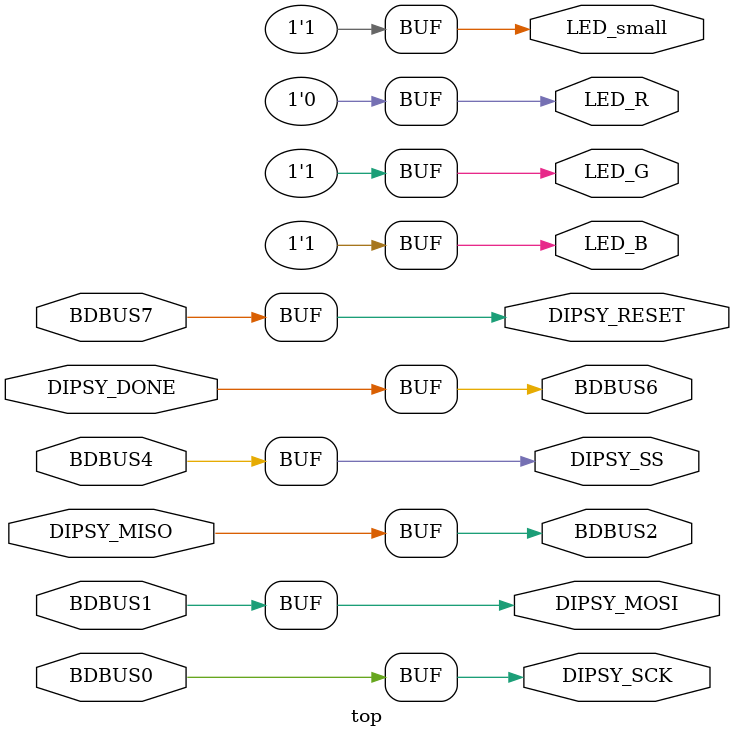
<source format=v>

module top(
	// RGB LED
	output LED_R,
	output LED_G,
	output LED_B,
	// Small SMD LED (green)
	output LED_small,
	// DIPSY Socket
	output DIPSY_MOSI,
	input DIPSY_MISO,
	output DIPSY_SCK,
	output DIPSY_SS,
	output DIPSY_RESET,
	input DIPSY_DONE,

	// FTDI FT2232H Channel B
	input BDBUS0, 
	input BDBUS1, 
	output BDBUS2, 
	//BDBUS3, 

	input BDBUS4, 
	//BDBUS5, 
	output BDBUS6, 
	input BDBUS7 
           );

	assign LED_R = 1'b0;
	assign LED_G = 1'b1;
	assign LED_B = 1'b1;
   
	assign LED_small = 1'b1;


	assign DIPSY_SCK = BDBUS0;
	assign DIPSY_MOSI = BDBUS1;
	assign BDBUS2 = DIPSY_MISO;

	assign DIPSY_SS = BDBUS4;
	assign DIPSY_RESET = BDBUS7;

	// optional
	assign BDBUS6 = DIPSY_DONE;

endmodule // top

</source>
